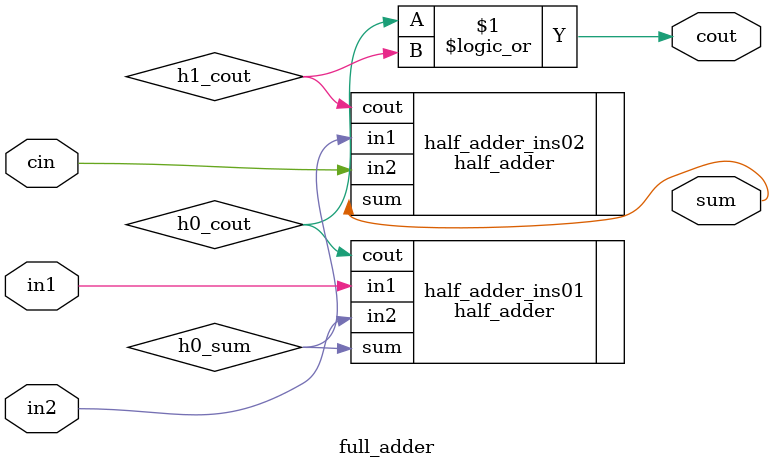
<source format=v>
module full_adder(

  input in1,
  input in2,
  input cin,
  
  output sum,
  output cout  /*进位信号*/

);

wire h0_sum;
wire h0_cout;
wire h1_cout;

assign cout = h0_cout || h1_cout;

 half_adder   half_adder_ins01(

    .in1     (in1),
	 .in2     (in2),
	 
	 .sum     (h0_sum),   /*in1 , in2 累加和*/
	 .cout    (h0_cout)   /*in1 , in2 进位信息*/
);

half_adder   half_adder_ins02(

    .in1     (h0_sum),
	 .in2     (cin),
	 
	 .sum     (sum),   /*in1 , in2 累加和*/
	 .cout    (h1_cout)   /*in1 , in2 进位信息*/
);



endmodule
</source>
